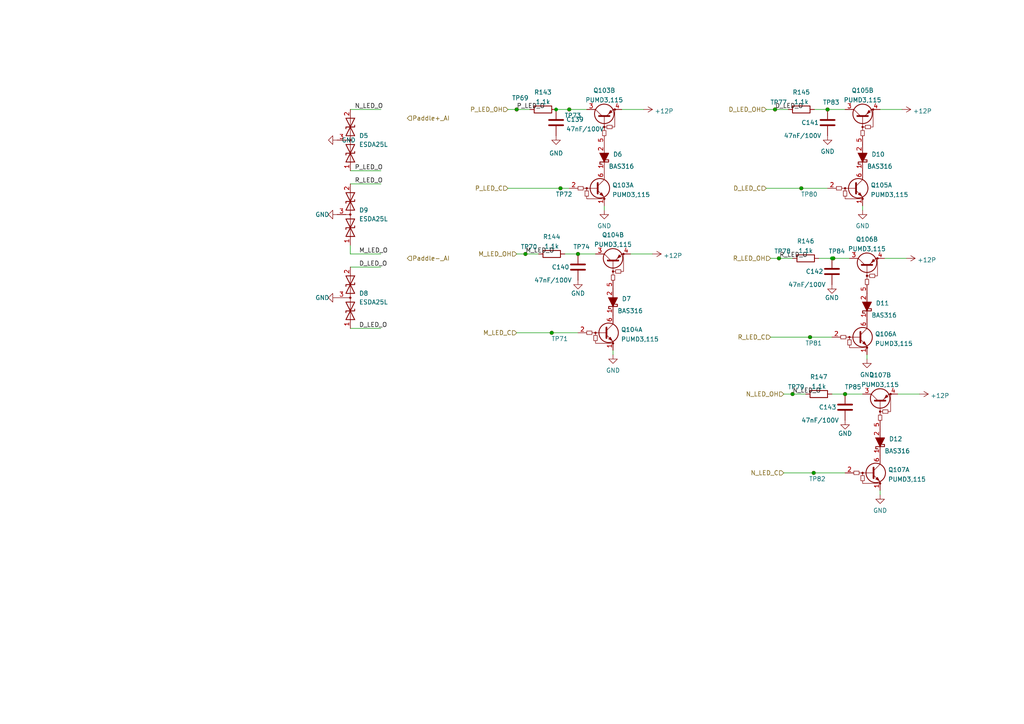
<source format=kicad_sch>
(kicad_sch (version 20211123) (generator eeschema)
  (paper "A4")
  (title_block (title "SX7H SHIFER MIAN SCH") (date "2022-07-18") (rev "V03") (company "宁波正朗汽车零部件有限公司") (comment 1 "批准:") (comment 2 "校准：") (comment 3 "设计：Ethan"))
  (lib_symbols
    (symbol "C_6" (pin_numbers hide) (pin_names (offset 0.254))
      (property "Reference" "C" (at 0.635 2.54 0))
      (property "Value" "C_6" (at 0.635 -2.54 0))
      (symbol "C_6_0_1"
        (polyline (pts (xy -2.032 -0.762) (xy 2.032 -0.762)) (stroke (width 0.508)))
        (polyline (pts (xy -2.032 0.762) (xy 2.032 0.762)) (stroke (width 0.508)))
      )
      (symbol "C_6_1_1"
        (pin passive line (at 0 3.81 270) (length 2.794) (name "~") (number "1"))
        (pin passive line (at 0 -3.81 90) (length 2.794) (name "~") (number "2"))
      )
    )
    (symbol "Connector:TestPoint_Small" (pin_numbers hide) (pin_names (offset 0.762) hide)
      (property "Reference" "TP" (at 0 3.81 0))
      (property "Value" "TestPoint_Small" (at 0 2.032 0))
      (symbol "TestPoint_Small_0_1"
        (circle (center 0 0) (radius 0.508))
      )
      (symbol "TestPoint_Small_1_1"
        (pin passive line (at 0 0 90) (length 0) (name "1") (number "1"))
      )
    )
    (symbol "Device:D_Schottky_Filled" (pin_names (offset 1.016) hide)
      (property "Reference" "D" (at 0 2.54 0))
      (property "Value" "D_Schottky_Filled" (at 0 -2.54 0))
      (symbol "D_Schottky_Filled_0_1"
        (polyline (pts (xy 1.27 0) (xy -1.27 0)))
        (polyline (pts (xy 1.27 1.27) (xy 1.27 -1.27) (xy -1.27 0) (xy 1.27 1.27)) (stroke (width 0.254)) (fill (type outline)))
        (polyline (pts (xy -1.905 0.635) (xy -1.905 1.27) (xy -1.27 1.27) (xy -1.27 -1.27) (xy -0.635 -1.27) (xy -0.635 -0.635)) (stroke (width 0.254)))
      )
      (symbol "D_Schottky_Filled_1_1"
        (pin passive line (at -3.81 0 0) (length 2.54) (name "K") (number "1"))
        (pin passive line (at 3.81 0 180) (length 2.54) (name "A") (number "2"))
      )
    )
    (symbol "Device:D_TVS_Dual_AAC" (pin_names (offset 1.016) hide)
      (property "Reference" "D" (at 0 4.445 0))
      (property "Value" "D_TVS_Dual_AAC" (at 0 2.54 0))
      (symbol "D_TVS_Dual_AAC_0_0"
        (polyline (pts (xy 0 -1.27) (xy 0 0)))
      )
      (symbol "D_TVS_Dual_AAC_0_1"
        (polyline (pts (xy -6.35 0) (xy 6.35 0)))
        (polyline (pts (xy -3.302 1.27) (xy -3.81 1.27) (xy -3.81 -1.27) (xy -4.318 -1.27)) (stroke (width 0.254)))
        (polyline (pts (xy 4.318 1.27) (xy 3.81 1.27) (xy 3.81 -1.27) (xy 3.302 -1.27)) (stroke (width 0.254)))
        (polyline (pts (xy -6.35 1.27) (xy -1.27 -1.27) (xy -1.27 1.27) (xy -6.35 -1.27) (xy -6.35 1.27)) (stroke (width 0.254)))
        (polyline (pts (xy 6.35 1.27) (xy 1.27 -1.27) (xy 1.27 1.27) (xy 6.35 -1.27) (xy 6.35 1.27)) (stroke (width 0.254)))
        (circle (center 0 0) (radius 0.254) (fill (type outline)))
      )
      (symbol "D_TVS_Dual_AAC_1_1"
        (pin passive line (at -8.89 0 0) (length 2.54) (name "A1") (number "1"))
        (pin passive line (at 8.89 0 180) (length 2.54) (name "A2") (number "2"))
        (pin input line (at 0 -3.81 90) (length 2.54) (name "common") (number "3"))
      )
    )
    (symbol "Device:Q_Dual_NPN_PNP_BRT_E1B1C2E2B2C1" (pin_names hide)
      (property "Reference" "Q" (at 3.81 1.27 0))
      (property "Value" "Q_Dual_NPN_PNP_BRT_E1B1C2E2B2C1" (at 3.81 -1.27 0))
      (symbol "Q_Dual_NPN_PNP_BRT_E1B1C2E2B2C1_0_1"
        (rectangle (start -6.35 0.508) (end -4.826 -0.508))
        (rectangle (start -4.318 -2.286) (end -3.302 -0.762))
        (circle (center -3.81 0) (radius 0.254) (fill (type outline)))
        (polyline (pts (xy -3.81 -0.762) (xy -3.81 0)))
        (polyline (pts (xy -0.762 0) (xy -4.826 0)))
        (polyline (pts (xy -0.635 1.524) (xy -0.635 -1.524)) (stroke (width 0.508)))
        (polyline (pts (xy -3.81 -2.286) (xy -3.81 -3.048) (xy 1.27 -3.048)))
        (circle (center 1.27 -3.048) (radius 0.254) (fill (type outline)))
      )
      (symbol "Q_Dual_NPN_PNP_BRT_E1B1C2E2B2C1_1_1"
        (polyline (pts (xy -0.635 0.635) (xy 1.27 2.54)))
        (polyline (pts (xy -0.635 -0.635) (xy 1.27 -2.54) (xy 1.27 -2.54)))
        (polyline (pts (xy 0 -1.778) (xy 0.508 -1.27) (xy 1.016 -2.286) (xy 0 -1.778) (xy 0 -1.778)) (fill (type outline)))
        (circle (center 0 0) (radius 2.8194) (stroke (width 0.254)))
        (pin passive line (at 1.27 -5.08 90) (length 2.54) (name "E1") (number "1"))
        (pin input line (at -8.89 0 0) (length 2.54) (name "B1") (number "2"))
        (pin passive line (at 1.27 5.08 270) (length 2.54) (name "C1") (number "6"))
      )
      (symbol "Q_Dual_NPN_PNP_BRT_E1B1C2E2B2C1_2_1"
        (polyline (pts (xy -0.635 0.635) (xy 1.27 2.54)))
        (polyline (pts (xy -0.635 -0.635) (xy 1.27 -2.54) (xy 1.27 -2.54)))
        (polyline (pts (xy 1.016 -1.778) (xy 0.508 -2.286) (xy 0 -1.27) (xy 1.016 -1.778) (xy 1.016 -1.778)) (fill (type outline)))
        (circle (center 0 0) (radius 2.8194) (stroke (width 0.254)))
        (pin passive line (at 1.27 5.08 270) (length 2.54) (name "C1") (number "3"))
        (pin passive line (at 1.27 -5.08 90) (length 2.54) (name "E1") (number "4"))
        (pin input line (at -8.89 0 0) (length 2.54) (name "B1") (number "5"))
      )
    )
    (symbol "Device:R" (pin_numbers hide) (pin_names (offset 0))
      (property "Reference" "R" (at 2.032 0 90))
      (property "Value" "R" (at 0 0 90))
      (symbol "R_0_1"
        (rectangle (start -1.016 -2.54) (end 1.016 2.54) (stroke (width 0.254)))
      )
      (symbol "R_1_1"
        (pin passive line (at 0 3.81 270) (length 1.27) (name "~") (number "1"))
        (pin passive line (at 0 -3.81 90) (length 1.27) (name "~") (number "2"))
      )
    )
    (symbol "power:+12P" (power) (pin_names (offset 0))
      (property "Value" "+12P" (at 0 3.556 0))
      (symbol "+12P_0_1"
        (polyline (pts (xy -0.762 1.27) (xy 0 2.54)))
        (polyline (pts (xy 0 0) (xy 0 2.54)))
        (polyline (pts (xy 0 2.54) (xy 0.762 1.27)))
      )
      (symbol "+12P_1_1"
        (pin power_in line (at 0 0 90) (length 0) hide (name "+12P") (number "1"))
      )
    )
    (symbol "power:GND" (power) (pin_names (offset 0))
      (property "Value" "GND" (at 0 -3.81 0))
      (symbol "GND_0_1"
        (polyline (pts (xy 0 0) (xy 0 -1.27) (xy 1.27 -1.27) (xy 0 -2.54) (xy -1.27 -1.27) (xy 0 -1.27)))
      )
      (symbol "GND_1_1"
        (pin power_in line (at 0 0 270) (length 0) hide (name "GND") (number "1"))
      )
    )
  )
  (junction (at 232.41 54.61))
  (junction (at 241.6842 74.93))
  (junction (at 225.9339 74.93))
  (junction (at 162.56 54.61))
  (junction (at 240.03 31.75))
  (junction (at 241.3 74.93))
  (junction (at 224.79 31.75))
  (junction (at 167.64 73.66))
  (junction (at 229.87 114.3))
  (junction (at 152.4 73.66))
  (junction (at 245.11 114.3))
  (junction (at 160.02 96.52))
  (junction (at 149.86 31.75))
  (junction (at 165.1 31.75))
  (junction (at 234.95 97.79))
  (junction (at 236.0066 137.16))
  (junction (at 161.29 31.75))
  (wire (pts (xy 101.6 71.12) (xy 101.6 73.66)))
  (wire (pts (xy 255.27 142.24) (xy 255.27 143.51)))
  (wire (pts (xy 163.83 73.66) (xy 167.64 73.66)))
  (wire (pts (xy 256.54 74.93) (xy 262.89 74.93)))
  (wire (pts (xy 236.22 31.75) (xy 240.03 31.75)))
  (wire (pts (xy 240.03 31.75) (xy 245.11 31.75)))
  (wire (pts (xy 229.87 114.3) (xy 233.68 114.3)))
  (wire (pts (xy 182.88 73.66) (xy 189.23 73.66)))
  (wire (pts (xy 101.6 49.53) (xy 110.49 49.53)))
  (wire (pts (xy 241.3 74.93) (xy 241.6842 74.93)))
  (wire (pts (xy 260.35 114.3) (xy 266.7 114.3)))
  (wire (pts (xy 101.6 31.75) (xy 110.49 31.75)))
  (wire (pts (xy 149.86 31.75) (xy 153.67 31.75)))
  (wire (pts (xy 241.3 114.3) (xy 245.11 114.3)))
  (wire (pts (xy 245.11 114.3) (xy 250.19 114.3)))
  (wire (pts (xy 175.26 59.69) (xy 175.26 60.96)))
  (wire (pts (xy 161.29 31.75) (xy 165.1 31.75)))
  (wire (pts (xy 165.1 31.75) (xy 170.18 31.75)))
  (wire (pts (xy 223.52 97.79) (xy 234.95 97.79)))
  (wire (pts (xy 234.95 97.79) (xy 241.3 97.79)))
  (wire (pts (xy 241.6842 74.93) (xy 246.38 74.93)))
  (wire (pts (xy 147.32 31.75) (xy 149.86 31.75)))
  (wire (pts (xy 149.86 96.52) (xy 160.02 96.52)))
  (wire (pts (xy 160.02 96.52) (xy 167.64 96.52)))
  (wire (pts (xy 101.6 53.34) (xy 110.49 53.34)))
  (wire (pts (xy 227.33 137.16) (xy 236.0066 137.16)))
  (wire (pts (xy 236.0066 137.16) (xy 245.11 137.16)))
  (wire (pts (xy 223.52 74.93) (xy 225.9339 74.93)))
  (wire (pts (xy 177.8 101.6) (xy 177.8 102.87)))
  (wire (pts (xy 101.6 73.66) (xy 110.49 73.66)))
  (wire (pts (xy 250.19 59.69) (xy 250.19 60.96)))
  (wire (pts (xy 251.46 102.87) (xy 251.46 104.14)))
  (wire (pts (xy 101.6 95.25) (xy 110.49 95.25)))
  (wire (pts (xy 237.49 74.93) (xy 241.3 74.93)))
  (wire (pts (xy 255.27 31.75) (xy 261.62 31.75)))
  (wire (pts (xy 224.79 31.75) (xy 228.6 31.75)))
  (wire (pts (xy 225.9339 74.93) (xy 229.87 74.93)))
  (wire (pts (xy 167.64 73.66) (xy 172.72 73.66)))
  (wire (pts (xy 222.25 31.75) (xy 224.79 31.75)))
  (wire (pts (xy 147.32 54.61) (xy 162.56 54.61)))
  (wire (pts (xy 162.56 54.61) (xy 165.1 54.61)))
  (wire (pts (xy 149.86 73.66) (xy 152.4 73.66)))
  (wire (pts (xy 152.4 73.66) (xy 156.21 73.66)))
  (wire (pts (xy 222.25 54.61) (xy 232.41 54.61)))
  (wire (pts (xy 232.41 54.61) (xy 240.03 54.61)))
  (wire (pts (xy 227.33 114.3) (xy 229.87 114.3)))
  (wire (pts (xy 180.34 31.75) (xy 186.69 31.75)))
  (wire (pts (xy 101.6 77.47) (xy 110.49 77.47)))
  (label "N_LED_O" (at 102.87 31.75 0))
  (label "N_LED_O" (at 229.87 114.3 0))
  (label "D_LED_O" (at 224.79 31.75 0))
  (label "R_LED_O" (at 102.87 53.34 0))
  (label "M_LED_O" (at 152.4 73.66 0))
  (label "D_LED_O" (at 104.14 77.47 0))
  (label "D_LED_O" (at 104.14 95.25 0))
  (label "P_LED_O" (at 149.86 31.75 0))
  (label "M_LED_O" (at 104.14 73.66 0))
  (label "P_LED_O" (at 102.87 49.53 0))
  (label "R_LED_O" (at 226.06 74.93 0))
  (hierarchical_label "N_LED_OH" (shape input) (at 227.33 114.3 180))
  (hierarchical_label "P_LED_C" (shape input) (at 147.32 54.61 180))
  (hierarchical_label "M_LED_C" (shape input) (at 149.86 96.52 180))
  (hierarchical_label "Paddle-_AI" (shape input) (at 118.11 74.93 0))
  (hierarchical_label "M_LED_OH" (shape input) (at 149.86 73.66 180))
  (hierarchical_label "Paddle+_AI" (shape input) (at 118.11 34.29 0))
  (hierarchical_label "D_LED_C" (shape input) (at 222.25 54.61 180))
  (hierarchical_label "R_LED_OH" (shape input) (at 223.52 74.93 180))
  (hierarchical_label "N_LED_C" (shape input) (at 227.33 137.16 180))
  (hierarchical_label "R_LED_C" (shape input) (at 223.52 97.79 180))
  (hierarchical_label "D_LED_OH" (shape input) (at 222.25 31.75 180))
  (hierarchical_label "P_LED_OH" (shape input) (at 147.32 31.75 180))
  (symbol (lib_id "Device:Q_Dual_NPN_PNP_BRT_E1B1C2E2B2C1") (at 176.53 96.52 0) (unit 1)
    (property "Reference" "Q104" (at 180.1113 95.6115 0) (effects (justify left)))
    (property "Value" "PUMD3,115" (at 180.1113 98.3866 0) (effects (justify left)))
    (property "Footprint" "Package_TO_SOT_SMD:SOT-363_SC-70-6" (effects hide))
    (property "Description" "TRANS PREBIAS NPN/PNP 6TSSOP" (effects hide))
    (property "Manufacturer" "Nexperia USA Inc." (effects hide))
    (property "Manufacturer Product Number" "PUMD3,115" (effects hide))
    (property "Descriptions" "TRANS PREBIAS NPN/PNP 6TSSOP" (effects hide))
  )
  (symbol (lib_id "Device:Q_Dual_NPN_PNP_BRT_E1B1C2E2B2C1") (at 255.27 115.57 90) (unit 2)
    (property "Reference" "Q107" (at 255.27 108.784 90))
    (property "Value" "PUMD3,115" (at 255.27 111.5591 90))
    (property "Footprint" "Package_TO_SOT_SMD:SOT-363_SC-70-6" (effects hide))
    (property "Description" "TRANS PREBIAS NPN/PNP 6TSSOP" (effects hide))
    (property "Manufacturer" "Nexperia USA Inc." (effects hide))
    (property "Manufacturer Product Number" "PUMD3,115" (effects hide))
    (property "Descriptions" "TRANS PREBIAS NPN/PNP 6TSSOP" (effects hide))
  )
  (symbol (lib_id "Connector:TestPoint_Small") (at 229.87 114.3 180) (unit 1)
    (property "Reference" "TP79" (at 228.473 112.239 0) (effects (justify right)))
    (property "Value" "TestPoint_Small" (effects hide))
    (property "Footprint" "TestPoint:TestPoint_Pad_D1.0mm" (effects hide))
  )
  (symbol (lib_id "power:+12P") (at 266.7 114.3 270) (unit 1)
    (property "Reference" "#PWR0175" (effects hide))
    (property "Value" "+12P" (at 269.8749 114.779 90) (effects (justify left)))
  )
  (symbol (lib_id "Device:R") (at 157.48 31.75 90) (unit 1)
    (property "Reference" "R143" (at 157.48 26.7675 90))
    (property "Value" "1.1k" (at 157.48 29.5426 90))
    (property "Footprint" "Resistor_SMD:R_1206_3216Metric" (effects hide))
    (property "Manufacturer" "RESI(开步睿思)" (effects hide))
    (property "Description" "RES 1k 1% 1/4W 1206" (effects hide))
    (property "Manufacturer Product Number" "AECR1206F1K10K9" (effects hide))
    (property "Descriptions" "RES 1.1k 1% 1/4W 1206" (effects hide))
  )
  (symbol (lib_id "Connector:TestPoint_Small") (at 236.0066 137.16 180) (unit 1)
    (property "Reference" "TP82" (at 234.6096 138.909 0) (effects (justify right)))
    (property "Value" "TestPoint_Small" (effects hide))
    (property "Footprint" "TestPoint:TestPoint_Pad_D1.0mm" (effects hide))
  )
  (symbol (lib_id "power:GND") (at 245.11 121.92 0) (unit 1)
    (property "Reference" "#PWR0169" (effects hide))
    (property "Value" "GND" (at 245.11 125.73 0))
  )
  (symbol (lib_id "power:GND") (at 251.46 104.14 0) (unit 1)
    (property "Reference" "#PWR0171" (effects hide))
    (property "Value" "GND" (at 251.46 108.7024 0))
  )
  (symbol (lib_id "Device:Q_Dual_NPN_PNP_BRT_E1B1C2E2B2C1") (at 173.99 54.61 0) (unit 1)
    (property "Reference" "Q103" (at 177.5713 53.7015 0) (effects (justify left)))
    (property "Value" "PUMD3,115" (at 177.5713 56.4766 0) (effects (justify left)))
    (property "Footprint" "Package_TO_SOT_SMD:SOT-363_SC-70-6" (effects hide))
    (property "Description" "TRANS PREBIAS NPN/PNP 6TSSOP" (effects hide))
    (property "Manufacturer" "Nexperia USA Inc." (effects hide))
    (property "Manufacturer Product Number" "PUMD3,115" (effects hide))
    (property "Descriptions" "TRANS PREBIAS NPN/PNP 6TSSOP" (effects hide))
  )
  (symbol (lib_id "Connector:TestPoint_Small") (at 225.9339 74.93 180) (unit 1)
    (property "Reference" "TP78" (at 224.5369 72.869 0) (effects (justify right)))
    (property "Value" "TestPoint_Small" (effects hide))
    (property "Footprint" "TestPoint:TestPoint_Pad_D1.0mm" (effects hide))
  )
  (symbol (lib_id "Device:Q_Dual_NPN_PNP_BRT_E1B1C2E2B2C1") (at 251.46 76.2 90) (unit 2)
    (property "Reference" "Q106" (at 251.46 69.414 90))
    (property "Value" "PUMD3,115" (at 251.46 72.1891 90))
    (property "Footprint" "Package_TO_SOT_SMD:SOT-363_SC-70-6" (effects hide))
    (property "Description" "TRANS PREBIAS NPN/PNP 6TSSOP" (effects hide))
    (property "Manufacturer" "Nexperia USA Inc." (effects hide))
    (property "Manufacturer Product Number" "PUMD3,115" (effects hide))
    (property "Descriptions" "TRANS PREBIAS NPN/PNP 6TSSOP" (effects hide))
  )
  (symbol (lib_id "power:GND") (at 97.79 40.64 270) (unit 1)
    (property "Reference" "#PWR06" (effects hide))
    (property "Value" "GND" (at 99.06 40.6399 90) (effects (justify left)))
  )
  (symbol (lib_name "C_6") (lib_id "Device:C") (at 245.11 118.11 0) (unit 1)
    (property "Reference" "C143" (at 237.49 118.11 0) (effects (justify left)))
    (property "Value" "47nF{slash}100V" (at 232.41 121.92 0) (effects (justify left)))
    (property "Footprint" "Capacitor_SMD:C_0603_1608Metric" (effects hide))
    (property "Manufacturer Product Number" "AC0603KRX7R0BB473" (effects hide))
    (property "Manufacturer" "YAGEO" (effects hide))
    (property "Description" "CAP CER 47nF 100V X7R 0603" (effects hide))
    (property "Descriptions" "CAP CER 47nF 100V X7R 0603" (effects hide))
  )
  (symbol (lib_id "power:GND") (at 167.64 81.28 0) (unit 1)
    (property "Reference" "#PWR0162" (effects hide))
    (property "Value" "GND" (at 167.64 85.09 0))
  )
  (symbol (lib_id "Device:Q_Dual_NPN_PNP_BRT_E1B1C2E2B2C1") (at 254 137.16 0) (unit 1)
    (property "Reference" "Q107" (at 257.5813 136.2515 0) (effects (justify left)))
    (property "Value" "PUMD3,115" (at 257.5813 139.0266 0) (effects (justify left)))
    (property "Footprint" "Package_TO_SOT_SMD:SOT-363_SC-70-6" (effects hide))
    (property "Description" "TRANS PREBIAS NPN/PNP 6TSSOP" (effects hide))
    (property "Manufacturer" "Nexperia USA Inc." (effects hide))
    (property "Manufacturer Product Number" "PUMD3,115" (effects hide))
    (property "Descriptions" "TRANS PREBIAS NPN/PNP 6TSSOP" (effects hide))
  )
  (symbol (lib_id "Device:D_Schottky_Filled") (at 177.8 87.63 90) (unit 1)
    (property "Reference" "D7" (at 180.34 86.6774 90) (effects (justify right)))
    (property "Value" "BAS316" (at 179.07 90.17 90) (effects (justify right)))
    (property "Footprint" "Diode_SMD:D_SOD-323" (effects hide))
    (property "Descriptions" "DIODE 100V 200mA 6ns SOD323" (effects hide))
    (property "Manufacturer" "Nexperia(安世)" (effects hide))
    (property "Manufacturer Product Number" "BAS316,115" (effects hide))
  )
  (symbol (lib_id "Connector:TestPoint_Small") (at 234.95 97.79 180) (unit 1)
    (property "Reference" "TP81" (at 233.553 99.539 0) (effects (justify right)))
    (property "Value" "TestPoint_Small" (effects hide))
    (property "Footprint" "TestPoint:TestPoint_Pad_D1.0mm" (effects hide))
  )
  (symbol (lib_id "Connector:TestPoint_Small") (at 160.02 96.52 180) (unit 1)
    (property "Reference" "TP71" (at 159.893 98.269 0) (effects (justify right)))
    (property "Value" "TestPoint_Small" (effects hide))
    (property "Footprint" "TestPoint:TestPoint_Pad_D1.0mm" (effects hide))
  )
  (symbol (lib_id "Device:D_Schottky_Filled") (at 250.19 45.72 90) (unit 1)
    (property "Reference" "D10" (at 252.73 44.7674 90) (effects (justify right)))
    (property "Value" "BAS316" (at 251.46 48.26 90) (effects (justify right)))
    (property "Footprint" "Diode_SMD:D_SOD-323" (effects hide))
    (property "Descriptions" "DIODE 100V 200mA 6ns SOD323" (effects hide))
    (property "Manufacturer" "Nexperia(安世)" (effects hide))
    (property "Manufacturer Product Number" "BAS316,115" (effects hide))
  )
  (symbol (lib_id "Connector:TestPoint_Small") (at 240.03 31.75 180) (unit 1)
    (property "Reference" "TP83" (at 238.633 29.689 0) (effects (justify right)))
    (property "Value" "TestPoint_Small" (effects hide))
    (property "Footprint" "TestPoint:TestPoint_Pad_D1.0mm" (effects hide))
  )
  (symbol (lib_id "Device:D_TVS_Dual_AAC") (at 101.6 86.36 270) (mirror x) (unit 1)
    (property "Reference" "D8" (at 104.14 85.0899 90) (effects (justify left)))
    (property "Value" "ESDA25L" (at 104.14 87.6299 90) (effects (justify left)))
    (property "Footprint" "Package_TO_SOT_SMD:SOT-23" (effects hide))
    (property "Descriptions" "TVS DIODE 24VWM SOT23-3" (effects hide))
    (property "Manufacturer" "BORN(伯恩半导体)" (effects hide))
    (property "Manufacturer Product Number" " ESDA25L" (effects hide))
  )
  (symbol (lib_id "power:+12P") (at 261.62 31.75 270) (unit 1)
    (property "Reference" "#PWR0173" (effects hide))
    (property "Value" "+12P" (at 264.7949 32.229 90) (effects (justify left)))
  )
  (symbol (lib_id "Device:R") (at 237.49 114.3 90) (unit 1)
    (property "Reference" "R147" (at 237.49 109.3175 90))
    (property "Value" "1.1k" (at 237.49 112.0926 90))
    (property "Footprint" "Resistor_SMD:R_1206_3216Metric" (effects hide))
    (property "Manufacturer" "RESI(开步睿思)" (effects hide))
    (property "Description" "RES 1k 1% 1/4W 1206" (effects hide))
    (property "Manufacturer Product Number" "AECR1206F1K10K9" (effects hide))
    (property "Descriptions" "RES 1.1k 1% 1/4W 1206" (effects hide))
  )
  (symbol (lib_id "power:GND") (at 161.29 39.37 0) (unit 1)
    (property "Reference" "#PWR0161" (effects hide))
    (property "Value" "GND" (at 161.29 44.45 0))
  )
  (symbol (lib_id "Connector:TestPoint_Small") (at 167.64 73.66 180) (unit 1)
    (property "Reference" "TP74" (at 166.243 71.599 0) (effects (justify right)))
    (property "Value" "TestPoint_Small" (effects hide))
    (property "Footprint" "TestPoint:TestPoint_Pad_D1.0mm" (effects hide))
  )
  (symbol (lib_id "Device:D_Schottky_Filled") (at 255.27 128.27 90) (unit 1)
    (property "Reference" "D12" (at 257.81 127.3174 90) (effects (justify right)))
    (property "Value" "BAS316" (at 256.54 130.81 90) (effects (justify right)))
    (property "Footprint" "Diode_SMD:D_SOD-323" (effects hide))
    (property "Descriptions" "DIODE 100V 200mA 6ns SOD323" (effects hide))
    (property "Manufacturer" "Nexperia(安世)" (effects hide))
    (property "Manufacturer Product Number" "BAS316,115" (effects hide))
  )
  (symbol (lib_id "Device:D_TVS_Dual_AAC") (at 101.6 62.23 270) (mirror x) (unit 1)
    (property "Reference" "D9" (at 104.14 60.9599 90) (effects (justify left)))
    (property "Value" "ESDA25L" (at 104.14 63.4999 90) (effects (justify left)))
    (property "Footprint" "Package_TO_SOT_SMD:SOT-23" (effects hide))
    (property "Descriptions" "TVS DIODE 24VWM SOT23-3" (effects hide))
    (property "Manufacturer" "BORN(伯恩半导体)" (effects hide))
    (property "Manufacturer Product Number" " ESDA25L" (effects hide))
  )
  (symbol (lib_id "Device:D_Schottky_Filled") (at 251.46 88.9 90) (unit 1)
    (property "Reference" "D11" (at 254 87.9474 90) (effects (justify right)))
    (property "Value" "BAS316" (at 252.73 91.44 90) (effects (justify right)))
    (property "Footprint" "Diode_SMD:D_SOD-323" (effects hide))
    (property "Descriptions" "DIODE 100V 200mA 6ns SOD323" (effects hide))
    (property "Manufacturer" "Nexperia(安世)" (effects hide))
    (property "Manufacturer Product Number" "BAS316,115" (effects hide))
  )
  (symbol (lib_id "power:GND") (at 255.27 143.51 0) (unit 1)
    (property "Reference" "#PWR0172" (effects hide))
    (property "Value" "GND" (at 255.27 148.0724 0))
  )
  (symbol (lib_id "power:GND") (at 250.19 60.96 0) (unit 1)
    (property "Reference" "#PWR0170" (effects hide))
    (property "Value" "GND" (at 250.19 65.5224 0))
  )
  (symbol (lib_id "Device:R") (at 233.68 74.93 90) (unit 1)
    (property "Reference" "R146" (at 233.68 69.9475 90))
    (property "Value" "1.1k" (at 233.68 72.7226 90))
    (property "Footprint" "Resistor_SMD:R_1206_3216Metric" (effects hide))
    (property "Manufacturer" "RESI(开步睿思)" (effects hide))
    (property "Description" "RES 1k 1% 1/4W 1206" (effects hide))
    (property "Manufacturer Product Number" "AECR1206F1K10K9" (effects hide))
    (property "Descriptions" "RES 1.1k 1% 1/4W 1206" (effects hide))
  )
  (symbol (lib_id "power:GND") (at 241.3 82.55 0) (unit 1)
    (property "Reference" "#PWR0168" (effects hide))
    (property "Value" "GND" (at 241.3 86.36 0))
  )
  (symbol (lib_id "power:GND") (at 240.03 39.37 0) (unit 1)
    (property "Reference" "#PWR0167" (effects hide))
    (property "Value" "GND" (at 240.03 43.9324 0))
  )
  (symbol (lib_id "Device:R") (at 160.02 73.66 90) (unit 1)
    (property "Reference" "R144" (at 160.02 68.6775 90))
    (property "Value" "1.1k" (at 160.02 71.4526 90))
    (property "Footprint" "Resistor_SMD:R_1206_3216Metric" (effects hide))
    (property "Manufacturer" "RESI(开步睿思)" (effects hide))
    (property "Description" "RES 1k 1% 1/4W 1206" (effects hide))
    (property "Manufacturer Product Number" "AECR1206F1K10K9" (effects hide))
    (property "Descriptions" "RES 1.1k 1% 1/4W 1206" (effects hide))
  )
  (symbol (lib_id "Connector:TestPoint_Small") (at 232.41 54.61 180) (unit 1)
    (property "Reference" "TP80" (at 232.283 56.359 0) (effects (justify right)))
    (property "Value" "TestPoint_Small" (effects hide))
    (property "Footprint" "TestPoint:TestPoint_Pad_D1.0mm" (effects hide))
  )
  (symbol (lib_id "power:GND") (at 175.26 60.96 0) (unit 1)
    (property "Reference" "#PWR0163" (effects hide))
    (property "Value" "GND" (at 175.26 65.5224 0))
  )
  (symbol (lib_id "Device:D_TVS_Dual_AAC") (at 101.6 40.64 270) (mirror x) (unit 1)
    (property "Reference" "D5" (at 104.14 39.3699 90) (effects (justify left)))
    (property "Value" "ESDA25L" (at 104.14 41.9099 90) (effects (justify left)))
    (property "Footprint" "Package_TO_SOT_SMD:SOT-23" (effects hide))
    (property "Descriptions" "TVS DIODE 24VWM SOT23-3" (effects hide))
    (property "Manufacturer" "BORN(伯恩半导体)" (effects hide))
    (property "Manufacturer Product Number" " ESDA25L" (effects hide))
  )
  (symbol (lib_id "Device:R") (at 232.41 31.75 90) (unit 1)
    (property "Reference" "R145" (at 232.41 26.7675 90))
    (property "Value" "1.1k" (at 232.41 29.5426 90))
    (property "Footprint" "Resistor_SMD:R_1206_3216Metric" (effects hide))
    (property "Manufacturer" "RESI(开步睿思)" (effects hide))
    (property "Description" "RES 1k 1% 1/4W 1206" (effects hide))
    (property "Manufacturer Product Number" "AECR1206F1K10K9" (effects hide))
    (property "Descriptions" "RES 1.1k 1% 1/4W 1206" (effects hide))
  )
  (symbol (lib_id "Connector:TestPoint_Small") (at 162.56 54.61 180) (unit 1)
    (property "Reference" "TP72" (at 161.163 56.359 0) (effects (justify right)))
    (property "Value" "TestPoint_Small" (effects hide))
    (property "Footprint" "TestPoint:TestPoint_Pad_D1.0mm" (effects hide))
  )
  (symbol (lib_id "Device:Q_Dual_NPN_PNP_BRT_E1B1C2E2B2C1") (at 250.19 97.79 0) (unit 1)
    (property "Reference" "Q106" (at 253.7713 96.8815 0) (effects (justify left)))
    (property "Value" "PUMD3,115" (at 253.7713 99.6566 0) (effects (justify left)))
    (property "Footprint" "Package_TO_SOT_SMD:SOT-363_SC-70-6" (effects hide))
    (property "Description" "TRANS PREBIAS NPN/PNP 6TSSOP" (effects hide))
    (property "Manufacturer" "Nexperia USA Inc." (effects hide))
    (property "Manufacturer Product Number" "PUMD3,115" (effects hide))
    (property "Descriptions" "TRANS PREBIAS NPN/PNP 6TSSOP" (effects hide))
  )
  (symbol (lib_id "Connector:TestPoint_Small") (at 224.79 31.75 180) (unit 1)
    (property "Reference" "TP77" (at 223.393 29.689 0) (effects (justify right)))
    (property "Value" "TestPoint_Small" (effects hide))
    (property "Footprint" "TestPoint:TestPoint_Pad_D1.0mm" (effects hide))
  )
  (symbol (lib_id "Connector:TestPoint_Small") (at 165.1 31.75 180) (unit 1)
    (property "Reference" "TP73" (at 163.703 33.499 0) (effects (justify right)))
    (property "Value" "TestPoint_Small" (effects hide))
    (property "Footprint" "TestPoint:TestPoint_Pad_D1.0mm" (effects hide))
  )
  (symbol (lib_name "C_6") (lib_id "Device:C") (at 240.03 35.56 0) (unit 1)
    (property "Reference" "C141" (at 232.41 35.56 0) (effects (justify left)))
    (property "Value" "47nF{slash}100V" (at 227.33 39.37 0) (effects (justify left)))
    (property "Footprint" "Capacitor_SMD:C_0603_1608Metric" (effects hide))
    (property "Manufacturer Product Number" "AC0603KRX7R0BB473" (effects hide))
    (property "Manufacturer" "YAGEO" (effects hide))
    (property "Description" "CAP CER 47nF 100V X7R 0603" (effects hide))
    (property "Descriptions" "CAP CER 47nF 100V X7R 0603" (effects hide))
  )
  (symbol (lib_id "Device:Q_Dual_NPN_PNP_BRT_E1B1C2E2B2C1") (at 250.19 33.02 90) (unit 2)
    (property "Reference" "Q105" (at 250.19 26.234 90))
    (property "Value" "PUMD3,115" (at 250.19 29.0091 90))
    (property "Footprint" "Package_TO_SOT_SMD:SOT-363_SC-70-6" (effects hide))
    (property "Description" "TRANS PREBIAS NPN/PNP 6TSSOP" (effects hide))
    (property "Manufacturer" "Nexperia USA Inc." (effects hide))
    (property "Manufacturer Product Number" "PUMD3,115" (effects hide))
    (property "Descriptions" "TRANS PREBIAS NPN/PNP 6TSSOP" (effects hide))
  )
  (symbol (lib_id "Device:D_Schottky_Filled") (at 175.26 45.72 90) (unit 1)
    (property "Reference" "D6" (at 177.8 44.7674 90) (effects (justify right)))
    (property "Value" "BAS316" (at 176.53 48.26 90) (effects (justify right)))
    (property "Footprint" "Diode_SMD:D_SOD-323" (effects hide))
    (property "Descriptions" "DIODE 100V 200mA 6ns SOD323" (effects hide))
    (property "Manufacturer" "Nexperia(安世)" (effects hide))
    (property "Manufacturer Product Number" "BAS316,115" (effects hide))
  )
  (symbol (lib_name "C_6") (lib_id "Device:C") (at 161.29 35.56 0) (unit 1)
    (property "Reference" "C139" (at 164.211 34.6515 0) (effects (justify left)))
    (property "Value" "47nF{slash}100V" (at 164.211 37.4266 0) (effects (justify left)))
    (property "Footprint" "Capacitor_SMD:C_0603_1608Metric" (effects hide))
    (property "Manufacturer Product Number" "AC0603KRX7R0BB473" (effects hide))
    (property "Manufacturer" "YAGEO" (effects hide))
    (property "Description" "CAP CER 47nF 100V X7R 0603" (effects hide))
    (property "Descriptions" "CAP CER 47nF 100V X7R 0603" (effects hide))
  )
  (symbol (lib_name "C_6") (lib_id "Device:C") (at 241.3 78.74 0) (unit 1)
    (property "Reference" "C142" (at 233.68 78.74 0) (effects (justify left)))
    (property "Value" "47nF{slash}100V" (at 228.6 82.55 0) (effects (justify left)))
    (property "Footprint" "Capacitor_SMD:C_0603_1608Metric" (effects hide))
    (property "Manufacturer Product Number" "AC0603KRX7R0BB473" (effects hide))
    (property "Manufacturer" "YAGEO" (effects hide))
    (property "Description" "CAP CER 47nF 100V X7R 0603" (effects hide))
    (property "Descriptions" "CAP CER 47nF 100V X7R 0603" (effects hide))
  )
  (symbol (lib_id "Connector:TestPoint_Small") (at 245.11 114.3 180) (unit 1)
    (property "Reference" "TP85" (at 244.983 112.239 0) (effects (justify right)))
    (property "Value" "TestPoint_Small" (effects hide))
    (property "Footprint" "TestPoint:TestPoint_Pad_D1.0mm" (effects hide))
  )
  (symbol (lib_id "Device:Q_Dual_NPN_PNP_BRT_E1B1C2E2B2C1") (at 175.26 33.02 90) (unit 2)
    (property "Reference" "Q103" (at 175.26 26.234 90))
    (property "Value" "PUMD3,115" (at 175.26 29.0091 90))
    (property "Footprint" "Package_TO_SOT_SMD:SOT-363_SC-70-6" (effects hide))
    (property "Description" "TRANS PREBIAS NPN/PNP 6TSSOP" (effects hide))
    (property "Manufacturer" "Nexperia USA Inc." (effects hide))
    (property "Manufacturer Product Number" "PUMD3,115" (effects hide))
    (property "Descriptions" "TRANS PREBIAS NPN/PNP 6TSSOP" (effects hide))
  )
  (symbol (lib_id "power:GND") (at 177.8 102.87 0) (unit 1)
    (property "Reference" "#PWR0164" (effects hide))
    (property "Value" "GND" (at 177.8 107.4324 0))
  )
  (symbol (lib_id "power:GND") (at 97.79 86.36 270) (unit 1)
    (property "Reference" "#PWR07" (effects hide))
    (property "Value" "GND" (at 91.44 86.36 90) (effects (justify left)))
  )
  (symbol (lib_id "power:+12P") (at 262.89 74.93 270) (unit 1)
    (property "Reference" "#PWR0174" (effects hide))
    (property "Value" "+12P" (at 266.0649 75.409 90) (effects (justify left)))
  )
  (symbol (lib_id "Connector:TestPoint_Small") (at 241.6842 74.93 180) (unit 1)
    (property "Reference" "TP84" (at 240.2872 72.869 0) (effects (justify right)))
    (property "Value" "TestPoint_Small" (effects hide))
    (property "Footprint" "TestPoint:TestPoint_Pad_D1.0mm" (effects hide))
  )
  (symbol (lib_id "power:+12P") (at 189.23 73.66 270) (unit 1)
    (property "Reference" "#PWR0166" (effects hide))
    (property "Value" "+12P" (at 192.4049 74.139 90) (effects (justify left)))
  )
  (symbol (lib_id "power:+12P") (at 186.69 31.75 270) (unit 1)
    (property "Reference" "#PWR0165" (effects hide))
    (property "Value" "+12P" (at 189.8649 32.229 90) (effects (justify left)))
  )
  (symbol (lib_id "power:GND") (at 97.79 62.23 270) (unit 1)
    (property "Reference" "#PWR08" (effects hide))
    (property "Value" "GND" (at 91.44 62.23 90) (effects (justify left)))
  )
  (symbol (lib_id "Connector:TestPoint_Small") (at 152.4 73.66 180) (unit 1)
    (property "Reference" "TP70" (at 151.003 71.599 0) (effects (justify right)))
    (property "Value" "TestPoint_Small" (effects hide))
    (property "Footprint" "TestPoint:TestPoint_Pad_D1.0mm" (effects hide))
  )
  (symbol (lib_name "C_6") (lib_id "Device:C") (at 167.64 77.47 0) (unit 1)
    (property "Reference" "C140" (at 160.02 77.47 0) (effects (justify left)))
    (property "Value" "47nF{slash}100V" (at 154.94 81.28 0) (effects (justify left)))
    (property "Footprint" "Capacitor_SMD:C_0603_1608Metric" (effects hide))
    (property "Manufacturer Product Number" "AC0603KRX7R0BB473" (effects hide))
    (property "Manufacturer" "YAGEO" (effects hide))
    (property "Description" "CAP CER 47nF 100V X7R 0603" (effects hide))
    (property "Descriptions" "CAP CER 47nF 100V X7R 0603" (effects hide))
  )
  (symbol (lib_id "Device:Q_Dual_NPN_PNP_BRT_E1B1C2E2B2C1") (at 177.8 74.93 90) (unit 2)
    (property "Reference" "Q104" (at 177.8 68.144 90))
    (property "Value" "PUMD3,115" (at 177.8 70.9191 90))
    (property "Footprint" "Package_TO_SOT_SMD:SOT-363_SC-70-6" (effects hide))
    (property "Description" "TRANS PREBIAS NPN/PNP 6TSSOP" (effects hide))
    (property "Manufacturer" "Nexperia USA Inc." (effects hide))
    (property "Manufacturer Product Number" "PUMD3,115" (effects hide))
    (property "Descriptions" "TRANS PREBIAS NPN/PNP 6TSSOP" (effects hide))
  )
  (symbol (lib_id "Connector:TestPoint_Small") (at 149.86 31.75 180) (unit 1)
    (property "Reference" "TP69" (at 148.463 28.419 0) (effects (justify right)))
    (property "Value" "TestPoint_Small" (effects hide))
    (property "Footprint" "TestPoint:TestPoint_Pad_D1.0mm" (effects hide))
  )
  (symbol (lib_id "Device:Q_Dual_NPN_PNP_BRT_E1B1C2E2B2C1") (at 248.92 54.61 0) (unit 1)
    (property "Reference" "Q105" (at 252.5013 53.7015 0) (effects (justify left)))
    (property "Value" "PUMD3,115" (at 252.5013 56.4766 0) (effects (justify left)))
    (property "Footprint" "Package_TO_SOT_SMD:SOT-363_SC-70-6" (effects hide))
    (property "Description" "TRANS PREBIAS NPN/PNP 6TSSOP" (effects hide))
    (property "Manufacturer" "Nexperia USA Inc." (effects hide))
    (property "Manufacturer Product Number" "PUMD3,115" (effects hide))
    (property "Descriptions" "TRANS PREBIAS NPN/PNP 6TSSOP" (effects hide))
  )
)
</source>
